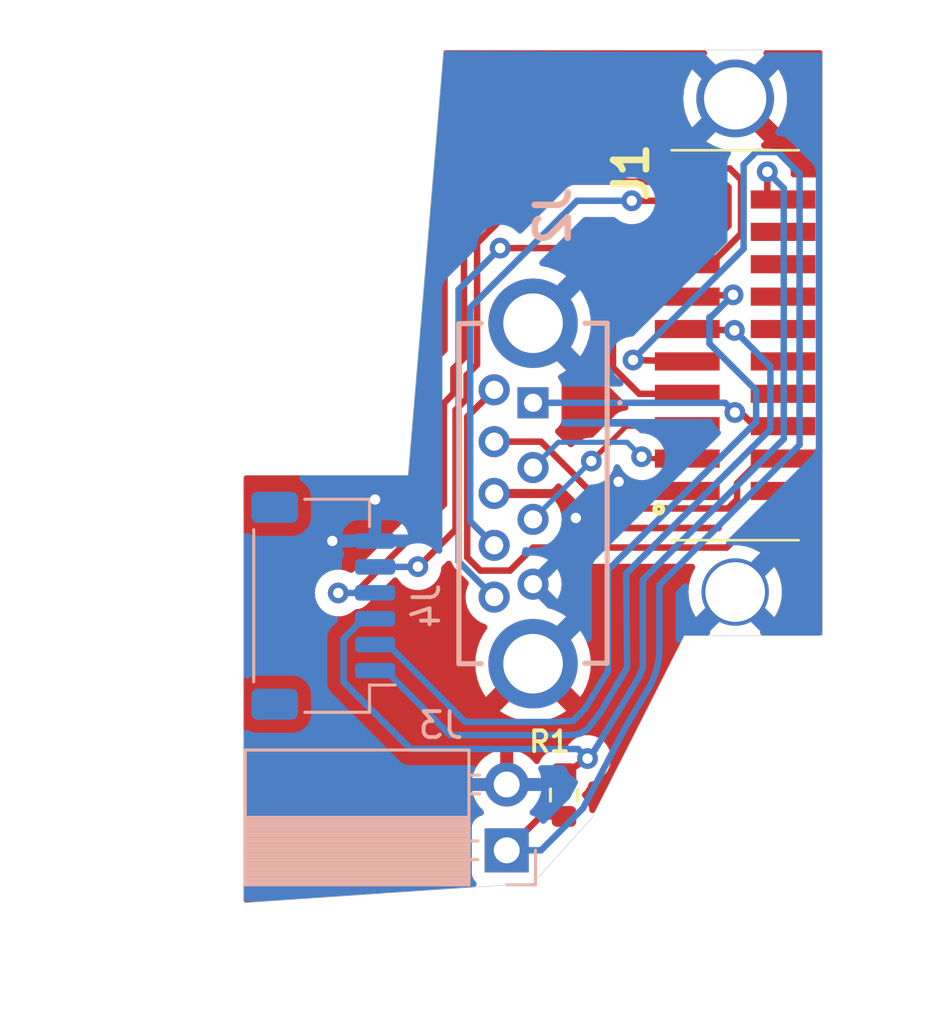
<source format=kicad_pcb>
(kicad_pcb (version 20221018) (generator pcbnew)
  (layers (0 "F.Cu" signal) (31 "B.Cu" signal) (34 "B.Paste" user) (35 "F.Paste" user) (36 "B.SilkS" user "B.Silkscreen") (37 "F.SilkS" user "F.Silkscreen") (38 "B.Mask" user) (39 "F.Mask" user) (44 "Edge.Cuts" user))
  (net 0 "")
  (net 1 "GND")
  (net 2 "/USB D-")
  (net 3 "/USB D+")
  (net 4 "+5V")
  (net 5 "/Limit Switch")
  (net 6 "/M+")
  (net 7 "/M-")
  (net 8 "/Encoder A")
  (net 9 "/Encoder B")
  (net 10 "+BATT")
  (net 11 "/CAN-L")
  (net 12 "/CAN-H")
  (net 19 "+3.3V")
  (net 20 "VBUS")
  (footprint "" (layer "F.Cu") (at 143.946 59.7546)
    (fp_text reference "H2" hide)
    (fp_text value "" (at 0 0) (layer "F.SilkS") (effects (font (size 1.27 1.27))))
    (pad "11" thru_hole circle (at 0 9.525 180) (size 2.6 2.6) (drill 2.3) (layers "*.Cu" "*.Mask") (net 1 "GND") (thermal_bridge_width 0.762))
  )
  (footprint "" (layer "F.Cu") (at 143.946 59.7546)
    (fp_text reference "H1" hide)
    (fp_text value "" (at 0 0) (layer "F.SilkS") (effects (font (size 1.27 1.27))))
    (pad "11" thru_hole circle (at 0 -9.525 180) (size 3 3) (drill 2.4) (layers "*.Cu" "*.Mask") (net 1 "GND") (thermal_bridge_width 0.762))
  )
  (footprint "SamacSys_Parts:G125-FS12005L0P" (layer "F.Cu") (at 143.946 59.7546 -90)
    (fp_text reference "J1" (at -6.6686 4.0174 90) (layer "F.SilkS") (effects (font (size 1.27 1.27) (thickness 0.254))))
    (fp_text value "G125-FS12005L0P" hide)
    (fp_line (start -7.525 2.45) (end -7.525 -2.45) (stroke (width 0.1)) (layer "F.SilkS"))
    (fp_line (start 7.525 -2.45) (end 7.525 2.45) (stroke (width 0.1)) (layer "F.SilkS"))
    (fp_circle (center 6.325 2.95) (end 6.325 3) (stroke (width 0.2)) (fill none) (layer "F.SilkS"))
    (pad "1" smd rect (at 5.625 1.85 270) (size 0.7 2.5) (layers "F.Cu" "F.Paste" "F.Mask") (net 1 "GND"))
    (pad "2" smd rect (at 4.375 1.85 270) (size 0.7 2.5) (layers "F.Cu" "F.Paste" "F.Mask") (net 2 "/USB D-"))
    (pad "3" smd rect (at 3.125 1.85 270) (size 0.7 2.5) (layers "F.Cu" "F.Paste" "F.Mask") (net 3 "/USB D+"))
    (pad "4" smd rect (at 1.875 1.85 270) (size 0.7 2.5) (layers "F.Cu" "F.Paste" "F.Mask") (net 4 "+5V"))
    (pad "5" smd rect (at 0.625 1.85 270) (size 0.7 2.5) (layers "F.Cu" "F.Paste" "F.Mask") (net 5 "/Limit Switch"))
    (pad "6" smd rect (at -0.625 1.85 270) (size 0.7 2.5) (layers "F.Cu" "F.Paste" "F.Mask") (net 6 "/M+"))
    (pad "7" smd rect (at -1.875 1.85 270) (size 0.7 2.5) (layers "F.Cu" "F.Paste" "F.Mask") (net 7 "/M-"))
    (pad "8" smd rect (at -3.125 1.85 270) (size 0.7 2.5) (layers "F.Cu" "F.Paste" "F.Mask") (net 8 "/Encoder A"))
    (pad "9" smd rect (at -4.375 1.85 270) (size 0.7 2.5) (layers "F.Cu" "F.Paste" "F.Mask") (net 9 "/Encoder B"))
    (pad "10" smd rect (at -5.625 1.85 270) (size 0.7 2.5) (layers "F.Cu" "F.Paste" "F.Mask") (net 10 "+BATT"))
    (pad "11" smd rect (at 5.625 -1.85 270) (size 0.7 2.5) (layers "F.Cu" "F.Paste" "F.Mask") (net 11 "/CAN-L"))
    (pad "12" smd rect (at 4.375 -1.85 270) (size 0.7 2.5) (layers "F.Cu" "F.Paste" "F.Mask") (net 12 "/CAN-H"))
    (pad "13" smd rect (at 3.125 -1.85 270) (size 0.7 2.5) (layers "F.Cu" "F.Paste" "F.Mask") (net 20 "VBUS"))
    (pad "14" smd rect (at 1.875 -1.85 270) (size 0.7 2.5) (layers "F.Cu" "F.Paste" "F.Mask"))
    (pad "15" smd rect (at 0.625 -1.85 270) (size 0.7 2.5) (layers "F.Cu" "F.Paste" "F.Mask"))
    (pad "16" smd rect (at -0.625 -1.85 270) (size 0.7 2.5) (layers "F.Cu" "F.Paste" "F.Mask"))
    (pad "17" smd rect (at -1.875 -1.85 270) (size 0.7 2.5) (layers "F.Cu" "F.Paste" "F.Mask"))
    (pad "18" smd rect (at -3.125 -1.85 270) (size 0.7 2.5) (layers "F.Cu" "F.Paste" "F.Mask"))
    (pad "19" smd rect (at -4.375 -1.85 270) (size 0.7 2.5) (layers "F.Cu" "F.Paste" "F.Mask"))
    (pad "20" smd rect (at -5.625 -1.85 270) (size 0.7 2.5) (layers "F.Cu" "F.Paste" "F.Mask") (net 19 "+3.3V"))
  )
  (footprint "Resistor_SMD:R_0603_1608Metric" (layer "F.Cu") (at 137.3378 77.1144 90)
    (fp_text reference "R1" (at 2.0574 -0.5588) (layer "F.SilkS") (effects (font (size 0.8 0.8))))
    (fp_text value "10k")
    (fp_line (start -0.237258 -0.5225) (end 0.237258 -0.5225) (stroke (width 0.12)) (layer "F.SilkS"))
    (fp_line (start -0.237258 0.5225) (end 0.237258 0.5225) (stroke (width 0.12)) (layer "F.SilkS"))
    (pad "1" smd roundrect (at -0.825 0 90) (size 0.8 0.95) (layers "F.Cu" "F.Paste" "F.Mask") (net 5 "/Limit Switch"))
    (pad "2" smd roundrect (at 0.825 0 90) (size 0.8 0.95) (layers "F.Cu" "F.Paste" "F.Mask") (net 19 "+3.3V"))
  )
  (footprint "Connector_PinSocket_2.54mm:PinSocket_1x02_P2.54mm_Horizontal" (layer "B.Cu") (at 135.128 79.248)
    (fp_text reference "J3" (at -2.54 -4.826) (layer "B.SilkS") (effects (justify mirror)))
    (fp_text value "Screw_Terminal_01x02")
    (fp_line (start -10.09 -3.87) (end -1.46 -3.87) (stroke (width 0.12)) (layer "B.SilkS"))
    (fp_line (start -10.09 -1.27) (end -1.46 -1.27) (stroke (width 0.12)) (layer "B.SilkS"))
    (fp_line (start -10.09 -1.1519) (end -1.46 -1.1519) (stroke (width 0.12)) (layer "B.SilkS"))
    (fp_line (start -10.09 -1.033805) (end -1.46 -1.033805) (stroke (width 0.12)) (layer "B.SilkS"))
    (fp_line (start -10.09 -0.91571) (end -1.46 -0.91571) (stroke (width 0.12)) (layer "B.SilkS"))
    (fp_line (start -10.09 -0.797615) (end -1.46 -0.797615) (stroke (width 0.12)) (layer "B.SilkS"))
    (fp_line (start -10.09 -0.67952) (end -1.46 -0.67952) (stroke (width 0.12)) (layer "B.SilkS"))
    (fp_line (start -10.09 -0.561425) (end -1.46 -0.561425) (stroke (width 0.12)) (layer "B.SilkS"))
    (fp_line (start -10.09 -0.44333) (end -1.46 -0.44333) (stroke (width 0.12)) (layer "B.SilkS"))
    (fp_line (start -10.09 -0.325235) (end -1.46 -0.325235) (stroke (width 0.12)) (layer "B.SilkS"))
    (fp_line (start -10.09 -0.20714) (end -1.46 -0.20714) (stroke (width 0.12)) (layer "B.SilkS"))
    (fp_line (start -10.09 -0.089045) (end -1.46 -0.089045) (stroke (width 0.12)) (layer "B.SilkS"))
    (fp_line (start -10.09 0.02905) (end -1.46 0.02905) (stroke (width 0.12)) (layer "B.SilkS"))
    (fp_line (start -10.09 0.147145) (end -1.46 0.147145) (stroke (width 0.12)) (layer "B.SilkS"))
    (fp_line (start -10.09 0.26524) (end -1.46 0.26524) (stroke (width 0.12)) (layer "B.SilkS"))
    (fp_line (start -10.09 0.383335) (end -1.46 0.383335) (stroke (width 0.12)) (layer "B.SilkS"))
    (fp_line (start -10.09 0.50143) (end -1.46 0.50143) (stroke (width 0.12)) (layer "B.SilkS"))
    (fp_line (start -10.09 0.619525) (end -1.46 0.619525) (stroke (width 0.12)) (layer "B.SilkS"))
    (fp_line (start -10.09 0.73762) (end -1.46 0.73762) (stroke (width 0.12)) (layer "B.SilkS"))
    (fp_line (start -10.09 0.855715) (end -1.46 0.855715) (stroke (width 0.12)) (layer "B.SilkS"))
    (fp_line (start -10.09 0.97381) (end -1.46 0.97381) (stroke (width 0.12)) (layer "B.SilkS"))
    (fp_line (start -10.09 1.091905) (end -1.46 1.091905) (stroke (width 0.12)) (layer "B.SilkS"))
    (fp_line (start -10.09 1.21) (end -1.46 1.21) (stroke (width 0.12)) (layer "B.SilkS"))
    (fp_line (start -10.09 1.33) (end -10.09 -3.87) (stroke (width 0.12)) (layer "B.SilkS"))
    (fp_line (start -10.09 1.33) (end -1.46 1.33) (stroke (width 0.12)) (layer "B.SilkS"))
    (fp_line (start -1.46 -2.9) (end -1.05 -2.9) (stroke (width 0.12)) (layer "B.SilkS"))
    (fp_line (start -1.46 -2.18) (end -1.05 -2.18) (stroke (width 0.12)) (layer "B.SilkS"))
    (fp_line (start -1.46 -0.36) (end -1.11 -0.36) (stroke (width 0.12)) (layer "B.SilkS"))
    (fp_line (start -1.46 0.36) (end -1.11 0.36) (stroke (width 0.12)) (layer "B.SilkS"))
    (fp_line (start -1.46 1.33) (end -1.46 -3.87) (stroke (width 0.12)) (layer "B.SilkS"))
    (fp_line (start 0 1.33) (end 1.11 1.33) (stroke (width 0.12)) (layer "B.SilkS"))
    (fp_line (start 1.11 1.33) (end 1.11 0) (stroke (width 0.12)) (layer "B.SilkS"))
    (pad "1" thru_hole rect (at 0 0) (size 1.7 1.7) (drill 1) (layers "*.Cu" "*.Mask") (net 5 "/Limit Switch"))
    (pad "2" thru_hole oval (at 0 -2.54) (size 1.7 1.7) (drill 1) (layers "*.Cu" "*.Mask") (net 1 "GND"))
  )
  (footprint "SamacSys_Parts:SS52000004" (layer "B.Cu") (at 136.144 61.976 -90)
    (fp_text reference "J2" (at -7.2136 -0.762 90) (layer "B.SilkS") (effects (font (size 1.27 1.27) (thickness 0.254)) (justify mirror)))
    (fp_text value "SS-52000-004" hide)
    (fp_line (start -3.07 -2.86) (end 10.05 -2.86) (stroke (width 0.2)) (layer "B.SilkS"))
    (fp_line (start -3.07 -2) (end -3.07 -2.86) (stroke (width 0.2)) (layer "B.SilkS"))
    (fp_line (start -3.05 2.86) (end -3.07 2) (stroke (width 0.2)) (layer "B.SilkS"))
    (fp_line (start 0 -3.4) (end 0 -3.4) (stroke (width 0.1)) (layer "B.SilkS"))
    (fp_line (start 0 -3.3) (end 0 -3.3) (stroke (width 0.1)) (layer "B.SilkS"))
    (fp_line (start 10.05 -2.86) (end 10.05 -2) (stroke (width 0.2)) (layer "B.SilkS"))
    (fp_line (start 10.07 2) (end 10.07 2.86) (stroke (width 0.2)) (layer "B.SilkS"))
    (fp_line (start 10.07 2.86) (end -3.05 2.86) (stroke (width 0.2)) (layer "B.SilkS"))
    (fp_arc (start 0 -3.4) (mid 0.05 -3.35) (end 0 -3.3) (stroke (width 0.1)) (layer "B.SilkS"))
    (fp_arc (start 0 -3.3) (mid -0.05 -3.35) (end 0 -3.4) (stroke (width 0.1)) (layer "B.SilkS"))
    (pad "1" thru_hole rect (at 0 0 270) (size 1.2 1.2) (drill 0.7) (layers "*.Cu" "*.Mask") (net 20 "VBUS"))
    (pad "2" thru_hole circle (at 2.5 0 270) (size 1.2 1.2) (drill 0.7) (layers "*.Cu" "*.Mask") (net 2 "/USB D-"))
    (pad "3" thru_hole circle (at 4.5 0 270) (size 1.2 1.2) (drill 0.7) (layers "*.Cu" "*.Mask") (net 3 "/USB D+"))
    (pad "4" thru_hole circle (at 7 0 270) (size 1.2 1.2) (drill 0.7) (layers "*.Cu" "*.Mask") (net 1 "GND"))
    (pad "5" thru_hole circle (at 7.5 1.5 270) (size 1.2 1.2) (drill 0.7) (layers "*.Cu" "*.Mask") (net 4 "+5V"))
    (pad "6" thru_hole circle (at 5.5 1.5 270) (size 1.2 1.2) (drill 0.7) (layers "*.Cu" "*.Mask") (net 10 "+BATT"))
    (pad "7" thru_hole circle (at 3.5 1.5 270) (size 1.2 1.2) (drill 0.7) (layers "*.Cu" "*.Mask") (net 1 "GND"))
    (pad "8" thru_hole circle (at 1.5 1.5 270) (size 1.2 1.2) (drill 0.7) (layers "*.Cu" "*.Mask") (net 12 "/CAN-H"))
    (pad "9" thru_hole circle (at -0.5 1.5 270) (size 1.2 1.2) (drill 0.7) (layers "*.Cu" "*.Mask") (net 11 "/CAN-L"))
    (pad "MH1" thru_hole circle (at -3.07 0 270) (size 3.45 3.45) (drill 2.3) (layers "*.Cu" "*.Mask") (net 1 "GND") (thermal_bridge_width 0.762))
    (pad "MH2" thru_hole circle (at 10.07 0 270) (size 3.45 3.45) (drill 2.3) (layers "*.Cu" "*.Mask") (net 1 "GND") (thermal_bridge_width 0.762))
  )
  (footprint "Connector_JST:JST_SH_SM06B-SRSS-TB_1x06-1MP_P1.00mm_Horizontal" (layer "B.Cu") (at 128.048 69.81 90)
    (fp_text reference "J4" (at 0 3.98 90) (layer "B.SilkS") (effects (justify mirror)))
    (fp_text value "Conn_01x06")
    (fp_line (start -4.11 -0.715) (end -4.11 1.785) (stroke (width 0.12)) (layer "B.SilkS"))
    (fp_line (start -4.11 1.785) (end -3.06 1.785) (stroke (width 0.12)) (layer "B.SilkS"))
    (fp_line (start -3.06 1.785) (end -3.06 2.775) (stroke (width 0.12)) (layer "B.SilkS"))
    (fp_line (start -2.94 -2.685) (end 2.94 -2.685) (stroke (width 0.12)) (layer "B.SilkS"))
    (fp_line (start 4.11 -0.715) (end 4.11 1.785) (stroke (width 0.12)) (layer "B.SilkS"))
    (fp_line (start 4.11 1.785) (end 3.06 1.785) (stroke (width 0.12)) (layer "B.SilkS"))
    (pad "1" smd roundrect (at -2.5 2 90) (size 0.6 1.55) (layers "B.Cu" "B.Paste" "B.Mask") (net 6 "/M+"))
    (pad "2" smd roundrect (at -1.5 2 90) (size 0.6 1.55) (layers "B.Cu" "B.Paste" "B.Mask") (net 7 "/M-"))
    (pad "3" smd roundrect (at -0.5 2 90) (size 0.6 1.55) (layers "B.Cu" "B.Paste" "B.Mask") (net 19 "+3.3V"))
    (pad "4" smd roundrect (at 0.5 2 90) (size 0.6 1.55) (layers "B.Cu" "B.Paste" "B.Mask") (net 8 "/Encoder A"))
    (pad "5" smd roundrect (at 1.5 2 90) (size 0.6 1.55) (layers "B.Cu" "B.Paste" "B.Mask") (net 9 "/Encoder B"))
    (pad "6" smd roundrect (at 2.5 2 90) (size 0.6 1.55) (layers "B.Cu" "B.Paste" "B.Mask") (net 1 "GND"))
    (pad "MP" smd roundrect (at -3.8 -1.875 90) (size 1.2 1.8) (layers "B.Cu" "B.Paste" "B.Mask") (roundrect_rratio 0.2083333333))
    (pad "MP" smd roundrect (at 3.8 -1.875 90) (size 1.2 1.8) (layers "B.Cu" "B.Paste" "B.Mask") (roundrect_rratio 0.2083333333))
  )
  (gr_line (start 147.32 70.9676) (end 141.986 70.9676) (stroke (width 0.0254)) (layer "Edge.Cuts"))
  (gr_line (start 131.318 64.77) (end 124.968 64.77) (stroke (width 0.0254)) (layer "Edge.Cuts"))
  (gr_line (start 132.6896 48.3616) (end 147.32 48.3616) (stroke (width 0.0254)) (layer "Edge.Cuts"))
  (gr_line (start 141.986 70.9676) (end 138.43 77.978) (stroke (width 0.0254)) (layer "Edge.Cuts"))
  (gr_line (start 136.144 80.518) (end 138.43 77.978) (stroke (width 0.0254)) (layer "Edge.Cuts"))
  (gr_line (start 131.318 64.77) (end 132.6896 48.3616) (stroke (width 0.0254)) (layer "Edge.Cuts"))
  (gr_line (start 124.968 81.28) (end 124.968 64.77) (stroke (width 0.0254)) (layer "Edge.Cuts"))
  (gr_line (start 147.32 48.3616) (end 147.32 70.9676) (stroke (width 0.0254)) (layer "Edge.Cuts"))
  (gr_line (start 136.144 80.518) (end 124.968 81.28) (stroke (width 0.0254)) (layer "Edge.Cuts"))
  (segment (start 134.644 65.476) (end 137.0584 65.4812) (width 0.35) (layer "F.Cu") (net 1))
  (via (at 128.397 67.31) (size 0.8) (drill 0.4) (layers "F.Cu" "B.Cu") (net 1))
  (via (at 137.795 66.421) (size 0.8) (drill 0.4) (layers "F.Cu" "B.Cu") (net 1))
  (via (at 130.048 65.7098) (size 0.8) (drill 0.4) (layers "F.Cu" "B.Cu") (net 1))
  (via (at 139.446 65.024) (size 0.8) (drill 0.4) (layers "F.Cu" "B.Cu") (net 1))
  (segment (start 140.406125 64.1296) (end 142.096 64.1296) (width 0.2) (layer "F.Cu") (net 2))
  (segment (start 140.335 64.058475) (end 140.406125 64.1296) (width 0.2) (layer "F.Cu") (net 2))
  (via (at 140.335 64.058475) (size 0.8) (drill 0.4) (layers "F.Cu" "B.Cu") (net 2))
  (segment (start 137.12 63.5) (end 136.144 64.476) (width 0.2) (layer "B.Cu") (net 2))
  (segment (start 139.776525 63.5) (end 137.12 63.5) (width 0.2) (layer "B.Cu") (net 2))
  (segment (start 140.335 64.058475) (end 139.776525 63.5) (width 0.2) (layer "B.Cu") (net 2))
  (segment (start 139.7404 62.8796) (end 142.096 62.8796) (width 0.2) (layer "F.Cu") (net 3))
  (segment (start 138.394 64.226) (end 139.7404 62.8796) (width 0.2) (layer "F.Cu") (net 3))
  (via (at 138.394 64.226) (size 0.8) (drill 0.4) (layers "F.Cu" "B.Cu") (net 3))
  (segment (start 138.394 64.226) (end 136.144 66.476) (width 0.2) (layer "B.Cu") (net 3))
  (segment (start 139.229 57.949) (end 139.229 60.616) (width 0.25) (layer "F.Cu") (net 4))
  (segment (start 137.287 56.007) (end 139.229 57.949) (width 0.25) (layer "F.Cu") (net 4))
  (segment (start 134.874 56.007) (end 137.287 56.007) (width 0.25) (layer "F.Cu") (net 4))
  (segment (start 140.2426 61.6296) (end 142.096 61.6296) (width 0.25) (layer "F.Cu") (net 4))
  (segment (start 139.229 60.616) (end 140.2426 61.6296) (width 0.25) (layer "F.Cu") (net 4))
  (via (at 134.874 56.007) (size 0.8) (drill 0.4) (layers "F.Cu" "B.Cu") (net 4))
  (segment (start 134.644 69.476) (end 133.269 68.101) (width 0.25) (layer "B.Cu") (net 4))
  (segment (start 133.269 57.612) (end 134.874 56.007) (width 0.25) (layer "B.Cu") (net 4))
  (segment (start 133.269 68.101) (end 133.269 57.612) (width 0.25) (layer "B.Cu") (net 4))
  (segment (start 136.4366 77.9394) (end 135.128 79.248) (width 0.25) (layer "F.Cu") (net 5))
  (segment (start 137.3378 77.9394) (end 136.4366 77.9394) (width 0.25) (layer "F.Cu") (net 5))
  (segment (start 142.096 60.3796) (end 140.0048 60.325) (width 0.25) (layer "F.Cu") (net 5))
  (via (at 140.0048 60.325) (size 0.8) (drill 0.4) (layers "F.Cu" "B.Cu") (net 5))
  (segment (start 140.600602 72.998235) (end 139.72706 74.4739) (width 0.25) (layer "B.Cu") (net 5))
  (segment (start 144.272 56.0324) (end 144.272 52.7812) (width 0.25) (layer "B.Cu") (net 5))
  (segment (start 144.7546 52.2986) (end 145.5928 52.2986) (width 0.25) (layer "B.Cu") (net 5))
  (segment (start 139.72706 74.4739) (end 138.0744 77.6224) (width 0.25) (layer "B.Cu") (net 5))
  (segment (start 141.0208 69.0118) (end 141.0208 71.463515) (width 0.25) (layer "B.Cu") (net 5))
  (segment (start 146.431 53.1368) (end 146.431 63.6016) (width 0.25) (layer "B.Cu") (net 5))
  (segment (start 145.5928 52.2986) (end 146.431 53.1368) (width 0.25) (layer "B.Cu") (net 5))
  (segment (start 138.0744 77.6224) (end 136.4488 79.248) (width 0.25) (layer "B.Cu") (net 5))
  (segment (start 144.272 52.7812) (end 144.7546 52.2986) (width 0.25) (layer "B.Cu") (net 5))
  (segment (start 136.4488 79.248) (end 135.128 79.248) (width 0.25) (layer "B.Cu") (net 5))
  (segment (start 146.431 63.6016) (end 141.0208 69.0118) (width 0.25) (layer "B.Cu") (net 5))
  (segment (start 140.0048 60.2996) (end 144.272 56.0324) (width 0.25) (layer "B.Cu") (net 5))
  (segment (start 140.0048 60.325) (end 140.0048 60.2996) (width 0.25) (layer "B.Cu") (net 5))
  (arc (start 141.0208 71.463515) (mid 140.913852 72.259117) (end 140.600602 72.998235) (width 0.25) (layer "B.Cu") (net 5))
  (segment (start 143.945998 59.1312) (end 143.944398 59.1296) (width 0.25) (layer "F.Cu") (net 6))
  (segment (start 143.9164 59.182) (end 142.096 59.1296) (width 0.25) (layer "F.Cu") (net 6))
  (segment (start 143.944398 59.1296) (end 143.9164 59.182) (width 0.25) (layer "F.Cu") (net 6))
  (via (at 143.9164 59.182) (size 0.8) (drill 0.4) (layers "F.Cu" "B.Cu") (net 6))
  (segment (start 137.4648 74.803) (end 137.768012 74.778743) (width 0.25) (layer "B.Cu") (net 6))
  (segment (start 138.7602 73.914) (end 139.7762 72.1868) (width 0.25) (layer "B.Cu") (net 6))
  (segment (start 139.7762 72.1868) (end 139.7381 68.5673) (width 0.25) (layer "B.Cu") (net 6))
  (segment (start 138.305791 74.490751) (end 138.7602 73.914) (width 0.25) (layer "B.Cu") (net 6))
  (segment (start 145.305701 60.571301) (end 143.9164 59.182) (width 0.25) (layer "B.Cu") (net 6))
  (segment (start 130.048 72.31) (end 130.4506 72.31) (width 0.25) (layer "B.Cu") (net 6))
  (segment (start 132.9436 74.803) (end 137.4648 74.803) (width 0.25) (layer "B.Cu") (net 6))
  (segment (start 145.305701 62.999699) (end 145.305701 60.571301) (width 0.25) (layer "B.Cu") (net 6))
  (segment (start 139.7381 68.5673) (end 145.305701 62.999699) (width 0.25) (layer "B.Cu") (net 6))
  (segment (start 130.4506 72.31) (end 132.9436 74.803) (width 0.25) (layer "B.Cu") (net 6))
  (arc (start 138.305791 74.490751) (mid 138.066979 74.690912) (end 137.768012 74.778743) (width 0.25) (layer "B.Cu") (net 6))
  (segment (start 142.096 57.8796) (end 143.8656 57.8104) (width 0.25) (layer "F.Cu") (net 7))
  (via (at 143.8656 57.8104) (size 0.8) (drill 0.4) (layers "F.Cu" "B.Cu") (net 7))
  (segment (start 137.2362 74.279049) (end 137.6934 74.2442) (width 0.25) (layer "B.Cu") (net 7))
  (segment (start 130.048 71.31) (end 130.5428 71.31) (width 0.25) (layer "B.Cu") (net 7))
  (segment (start 133.5278 74.295) (end 136.764559 74.295) (width 0.25) (layer "B.Cu") (net 7))
  (segment (start 144.7546 62.7126) (end 144.7546 61.4934) (width 0.25) (layer "B.Cu") (net 7))
  (segment (start 142.9512 59.69) (end 142.9512 58.674) (width 0.25) (layer "B.Cu") (net 7))
  (segment (start 137.6934 74.2442) (end 138.1506 73.787) (width 0.25) (layer "B.Cu") (net 7))
  (segment (start 139.0396 72.3392) (end 139.0396 68.4276) (width 0.25) (layer "B.Cu") (net 7))
  (segment (start 143.002 58.674) (end 143.8656 57.8104) (width 0.25) (layer "B.Cu") (net 7))
  (segment (start 130.5428 71.31) (end 133.5278 74.295) (width 0.25) (layer "B.Cu") (net 7))
  (segment (start 144.7546 61.4934) (end 142.9512 59.69) (width 0.25) (layer "B.Cu") (net 7))
  (segment (start 138.1506 73.787) (end 139.0396 72.3392) (width 0.25) (layer "B.Cu") (net 7))
  (segment (start 136.764559 74.295) (end 137.2362 74.279049) (width 0.25) (layer "B.Cu") (net 7))
  (segment (start 139.0396 68.4276) (end 144.7546 62.7126) (width 0.25) (layer "B.Cu") (net 7))
  (segment (start 142.9512 58.674) (end 143.002 58.674) (width 0.25) (layer "B.Cu") (net 7))
  (segment (start 133.477 60.2488) (end 133.477 55.626) (width 0.25) (layer "F.Cu") (net 8))
  (segment (start 143.7386 52.9336) (end 144.1704 53.3654) (width 0.25) (layer "F.Cu") (net 8))
  (segment (start 132.704 65.8986) (end 132.704 61.987) (width 0.25) (layer "F.Cu") (net 8))
  (segment (start 144.1704 55.4552) (end 142.996 56.6296) (width 0.25) (layer "F.Cu") (net 8))
  (segment (start 133.0706 60.6552) (end 133.477 60.2488) (width 0.25) (layer "F.Cu") (net 8))
  (segment (start 129.286 69.3166) (end 132.704 65.8986) (width 0.25) (layer "F.Cu") (net 8))
  (segment (start 133.0706 61.6204) (end 133.0706 60.6552) (width 0.25) (layer "F.Cu") (net 8))
  (segment (start 136.1694 52.9336) (end 143.7386 52.9336) (width 0.25) (layer "F.Cu") (net 8))
  (segment (start 144.1704 53.3654) (end 144.1704 55.4552) (width 0.25) (layer "F.Cu") (net 8))
  (segment (start 132.704 61.987) (end 133.0706 61.6204) (width 0.25) (layer "F.Cu") (net 8))
  (segment (start 133.477 55.626) (end 136.1694 52.9336) (width 0.25) (layer "F.Cu") (net 8))
  (segment (start 128.6256 69.3166) (end 129.286 69.3166) (width 0.25) (layer "F.Cu") (net 8))
  (via (at 128.6256 69.3166) (size 0.8) (drill 0.4) (layers "F.Cu" "B.Cu") (net 8))
  (segment (start 129.273001 69.31) (end 130.048 69.31) (width 0.25) (layer "B.Cu") (net 8))
  (segment (start 129.266401 69.3166) (end 129.273001 69.31) (width 0.25) (layer "B.Cu") (net 8))
  (segment (start 128.6256 69.3166) (end 129.266401 69.3166) (width 0.25) (layer "B.Cu") (net 8))
  (segment (start 143.4719 53.4416) (end 143.6878 53.6575) (width 0.25) (layer "F.Cu") (net 9))
  (segment (start 143.6878 53.6575) (end 143.6878 55.1432) (width 0.25) (layer "F.Cu") (net 9))
  (segment (start 143.4514 55.3796) (end 142.096 55.3796) (width 0.25) (layer "F.Cu") (net 9))
  (segment (start 131.7244 68.3006) (end 133.154 66.871) (width 0.25) (layer "F.Cu") (net 9))
  (segment (start 133.985 60.5028) (end 133.985 55.8165) (width 0.25) (layer "F.Cu") (net 9))
  (segment (start 136.3599 53.4416) (end 143.4719 53.4416) (width 0.25) (layer "F.Cu") (net 9))
  (segment (start 133.154 62.250802) (end 133.5786 61.826202) (width 0.25) (layer "F.Cu") (net 9))
  (segment (start 133.985 55.8165) (end 136.3599 53.4416) (width 0.25) (layer "F.Cu") (net 9))
  (segment (start 133.5786 60.9092) (end 133.985 60.5028) (width 0.25) (layer "F.Cu") (net 9))
  (segment (start 133.154 66.871) (end 133.154 62.250802) (width 0.25) (layer "F.Cu") (net 9))
  (segment (start 143.6878 55.1432) (end 143.4514 55.3796) (width 0.25) (layer "F.Cu") (net 9))
  (segment (start 133.5786 61.826202) (end 133.5786 60.9092) (width 0.25) (layer "F.Cu") (net 9))
  (segment (start 131.699 68.3006) (end 131.7244 68.3006) (width 0.25) (layer "F.Cu") (net 9))
  (via (at 131.699 68.3006) (size 0.8) (drill 0.4) (layers "F.Cu" "B.Cu") (net 9))
  (segment (start 131.699 68.3006) (end 131.6896 68.31) (width 0.25) (layer "B.Cu") (net 9))
  (segment (start 131.6896 68.31) (end 130.048 68.31) (width 0.25) (layer "B.Cu") (net 9))
  (segment (start 139.954 54.1796) (end 142.046 54.1796) (width 0.25) (layer "F.Cu") (net 10))
  (segment (start 142.046 54.1796) (end 142.096 54.1296) (width 0.25) (layer "F.Cu") (net 10))
  (via (at 139.954 54.1796) (size 0.8) (drill 0.4) (layers "F.Cu" "B.Cu") (net 10))
  (segment (start 139.954 54.1796) (end 137.8444 54.1796) (width 0.25) (layer "B.Cu") (net 10))
  (segment (start 133.719 58.305) (end 133.719 66.551) (width 0.25) (layer "B.Cu") (net 10))
  (segment (start 133.719 66.551) (end 134.644 67.476) (width 0.25) (layer "B.Cu") (net 10))
  (segment (start 137.8444 54.1796) (end 133.719 58.305) (width 0.25) (layer "B.Cu") (net 10))
  (segment (start 134.112 68.453) (end 135.255 68.453) (width 0.25) (layer "F.Cu") (net 11))
  (segment (start 134.644 61.476) (end 133.604 62.516) (width 0.25) (layer "F.Cu") (net 11))
  (segment (start 136.144 67.564) (end 143.6116 67.564) (width 0.25) (layer "F.Cu") (net 11))
  (segment (start 143.6116 67.564) (end 145.796 65.3796) (width 0.25) (layer "F.Cu") (net 11))
  (segment (start 133.604 62.516) (end 133.604 67.945) (width 0.25) (layer "F.Cu") (net 11))
  (segment (start 135.255 68.453) (end 136.144 67.564) (width 0.25) (layer "F.Cu") (net 11))
  (segment (start 133.604 67.945) (end 134.112 68.453) (width 0.25) (layer "F.Cu") (net 11))
  (segment (start 139.010295 66.0546) (end 137.832 64.876305) (width 0.25) (layer "F.Cu") (net 12))
  (segment (start 136.452148 63.476) (end 134.644 63.476) (width 0.25) (layer "F.Cu") (net 12))
  (segment (start 144.018 65.7076) (end 143.671 66.0546) (width 0.25) (layer "F.Cu") (net 12))
  (segment (start 144.018 65.0856) (end 144.018 65.7076) (width 0.25) (layer "F.Cu") (net 12))
  (segment (start 145.796 64.1296) (end 144.974 64.1296) (width 0.25) (layer "F.Cu") (net 12))
  (segment (start 144.974 64.1296) (end 144.018 65.0856) (width 0.25) (layer "F.Cu") (net 12))
  (segment (start 137.832 64.855852) (end 136.452148 63.476) (width 0.25) (layer "F.Cu") (net 12))
  (segment (start 137.832 64.876305) (end 137.832 64.855852) (width 0.25) (layer "F.Cu") (net 12))
  (segment (start 143.671 66.0546) (end 139.010295 66.0546) (width 0.25) (layer "F.Cu") (net 12))
  (segment (start 138.246442 75.706399) (end 137.3378 76.2894) (width 0.25) (layer "F.Cu") (net 19))
  (segment (start 145.1864 53.9496) (end 145.1864 53.0606) (width 0.25) (layer "F.Cu") (net 19))
  (segment (start 145.796 54.1296) (end 145.1864 53.9496) (width 0.25) (layer "F.Cu") (net 19))
  (via (at 138.246442 75.706399) (size 0.8) (drill 0.4) (layers "F.Cu" "B.Cu") (net 19))
  (via (at 145.1864 53.0606) (size 0.8) (drill 0.4) (layers "F.Cu" "B.Cu") (net 19))
  (segment (start 128.8288 71.078292) (end 128.8288 72.7456) (width 0.25) (layer "B.Cu") (net 19))
  (segment (start 131.4196 75.3364) (end 137.876443 75.3364) (width 0.25) (layer "B.Cu") (net 19))
  (segment (start 140.2588 72.517) (end 140.3858 72.1868) (width 0.25) (layer "B.Cu") (net 19))
  (segment (start 145.8214 53.6956) (end 145.1864 53.0606) (width 0.25) (layer "B.Cu") (net 19))
  (segment (start 138.244053 75.835788) (end 139.7762 73.3298) (width 0.25) (layer "B.Cu") (net 19))
  (segment (start 140.3858 68.8086) (end 145.8214 63.373) (width 0.25) (layer "B.Cu") (net 19))
  (segment (start 128.8288 72.7456) (end 131.4196 75.3364) (width 0.25) (layer "B.Cu") (net 19))
  (segment (start 140.3858 72.1868) (end 140.3858 68.8086) (width 0.25) (layer "B.Cu") (net 19))
  (segment (start 129.597092 70.31) (end 128.8288 71.078292) (width 0.25) (layer "B.Cu") (net 19))
  (segment (start 139.7762 73.3298) (end 140.2588 72.517) (width 0.25) (layer "B.Cu") (net 19))
  (segment (start 145.8214 63.373) (end 145.8214 53.6956) (width 0.25) (layer "B.Cu") (net 19))
  (segment (start 137.876443 75.3364) (end 138.246442 75.706399) (width 0.25) (layer "B.Cu") (net 19))
  (segment (start 143.934114 62.350491) (end 144.163891 62.350491) (width 0.25) (layer "F.Cu") (net 20))
  (segment (start 144.693 62.8796) (end 145.796 62.8796) (width 0.25) (layer "F.Cu") (net 20))
  (segment (start 144.163891 62.350491) (end 144.693 62.8796) (width 0.25) (layer "F.Cu") (net 20))
  (via (at 143.934114 62.350491) (size 0.8) (drill 0.4) (layers "F.Cu" "B.Cu") (net 20))
  (segment (start 136.144 61.976) (end 143.559623 61.976) (width 0.25) (layer "B.Cu") (net 20))
  (segment (start 143.559623 61.976) (end 143.934114 62.350491) (width 0.25) (layer "B.Cu") (net 20))
  (zone (net 1) (net_name "GND") (layer "F.Cu") (connect_pads (clearance 0.5)) (min_thickness 0.25) (fill yes (thermal_gap 0.5) (thermal_bridge_width 0.5) (island_removal_mode 2) (island_area_min 10))
    (polygon (pts (xy 151.7396 47.2948) (xy 115.57 46.4312) (xy 116.2812 85.9536) (xy 152.0444 85.344)))
  )
  (zone (net 1) (net_name "GND") (layer "B.Cu") (priority 1) (connect_pads (clearance 0.5)) (min_thickness 0.25) (fill yes (thermal_gap 0.5) (thermal_bridge_width 0.5))
    (polygon (pts (xy 147.4216 48.4632) (xy 124.587 48.3616) (xy 124.841 81.2292) (xy 147.5486 81.28)))
  )
)
</source>
